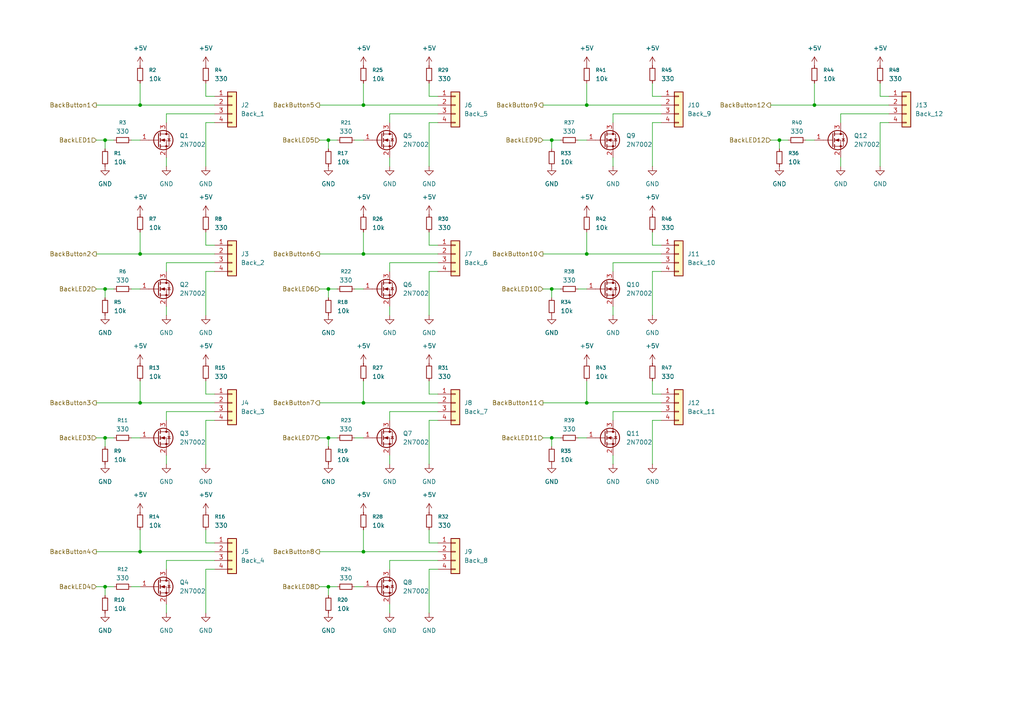
<source format=kicad_sch>
(kicad_sch (version 20250114) (generator "eeschema") (generator_version "9.0")
  (paper "A4")
  (title_block (title "${Project Title}") (date "2025-07-26") (rev "${Revision}") (company "${Company Name}") (comment 1 "${Designed By}"))
  (junction (at 236.22 30.48))
  (junction (at 95.25 127))
  (junction (at 95.25 40.64))
  (junction (at 40.64 116.84))
  (junction (at 30.48 127))
  (junction (at 160.02 127))
  (junction (at 170.18 30.48))
  (junction (at 160.02 40.64))
  (junction (at 170.18 73.66))
  (junction (at 30.48 170.18))
  (junction (at 105.41 30.48))
  (junction (at 40.64 30.48))
  (junction (at 95.25 170.18))
  (junction (at 170.18 116.84))
  (junction (at 40.64 73.66))
  (junction (at 40.64 160.02))
  (junction (at 105.41 160.02))
  (junction (at 105.41 116.84))
  (junction (at 30.48 40.64))
  (junction (at 160.02 83.82))
  (junction (at 226.06 40.64))
  (junction (at 30.48 83.82))
  (junction (at 95.25 83.82))
  (junction (at 105.41 73.66))
  (wire (pts (xy 95.25 170.18) (xy 97.79 170.18)))
  (wire (pts (xy 48.26 33.02) (xy 62.23 33.02)))
  (wire (pts (xy 105.41 73.66) (xy 127 73.66)))
  (wire (pts (xy 102.87 127) (xy 105.41 127)))
  (wire (pts (xy 170.18 24.13) (xy 170.18 30.48)))
  (wire (pts (xy 40.64 73.66) (xy 62.23 73.66)))
  (wire (pts (xy 243.84 33.02) (xy 243.84 35.56)))
  (wire (pts (xy 92.71 116.84) (xy 105.41 116.84)))
  (wire (pts (xy 189.23 71.12) (xy 189.23 67.31)))
  (wire (pts (xy 113.03 162.56) (xy 113.03 165.1)))
  (wire (pts (xy 105.41 110.49) (xy 105.41 116.84)))
  (wire (pts (xy 124.46 157.48) (xy 124.46 153.67)))
  (wire (pts (xy 95.25 86.36) (xy 95.25 83.82)))
  (wire (pts (xy 236.22 30.48) (xy 257.81 30.48)))
  (wire (pts (xy 38.1 127) (xy 40.64 127)))
  (wire (pts (xy 48.26 175.26) (xy 48.26 177.8)))
  (wire (pts (xy 226.06 43.18) (xy 226.06 40.64)))
  (wire (pts (xy 27.94 30.48) (xy 40.64 30.48)))
  (wire (pts (xy 170.18 73.66) (xy 191.77 73.66)))
  (wire (pts (xy 170.18 116.84) (xy 191.77 116.84)))
  (wire (pts (xy 113.03 175.26) (xy 113.03 177.8)))
  (wire (pts (xy 40.64 24.13) (xy 40.64 30.48)))
  (wire (pts (xy 38.1 83.82) (xy 40.64 83.82)))
  (wire (pts (xy 157.48 40.64) (xy 160.02 40.64)))
  (wire (pts (xy 177.8 119.38) (xy 191.77 119.38)))
  (wire (pts (xy 92.71 160.02) (xy 105.41 160.02)))
  (wire (pts (xy 191.77 27.94) (xy 189.23 27.94)))
  (wire (pts (xy 170.18 30.48) (xy 191.77 30.48)))
  (wire (pts (xy 30.48 170.18) (xy 33.02 170.18)))
  (wire (pts (xy 177.8 33.02) (xy 191.77 33.02)))
  (wire (pts (xy 113.03 119.38) (xy 113.03 121.92)))
  (wire (pts (xy 113.03 88.9) (xy 113.03 91.44)))
  (wire (pts (xy 170.18 110.49) (xy 170.18 116.84)))
  (wire (pts (xy 62.23 165.1) (xy 59.69 165.1)))
  (wire (pts (xy 30.48 83.82) (xy 33.02 83.82)))
  (wire (pts (xy 48.26 132.08) (xy 48.26 134.62)))
  (wire (pts (xy 127 35.56) (xy 124.46 35.56)))
  (wire (pts (xy 30.48 129.54) (xy 30.48 127)))
  (wire (pts (xy 30.48 86.36) (xy 30.48 83.82)))
  (wire (pts (xy 177.8 76.2) (xy 191.77 76.2)))
  (wire (pts (xy 40.64 160.02) (xy 62.23 160.02)))
  (wire (pts (xy 167.64 40.64) (xy 170.18 40.64)))
  (wire (pts (xy 177.8 132.08) (xy 177.8 134.62)))
  (wire (pts (xy 127 71.12) (xy 124.46 71.12)))
  (wire (pts (xy 59.69 35.56) (xy 59.69 48.26)))
  (wire (pts (xy 59.69 71.12) (xy 59.69 67.31)))
  (wire (pts (xy 27.94 83.82) (xy 30.48 83.82)))
  (wire (pts (xy 177.8 45.72) (xy 177.8 48.26)))
  (wire (pts (xy 105.41 153.67) (xy 105.41 160.02)))
  (wire (pts (xy 62.23 114.3) (xy 59.69 114.3)))
  (wire (pts (xy 38.1 40.64) (xy 40.64 40.64)))
  (wire (pts (xy 59.69 78.74) (xy 59.69 91.44)))
  (wire (pts (xy 124.46 121.92) (xy 124.46 134.62)))
  (wire (pts (xy 48.26 119.38) (xy 48.26 121.92)))
  (wire (pts (xy 124.46 71.12) (xy 124.46 67.31)))
  (wire (pts (xy 255.27 27.94) (xy 255.27 24.13)))
  (wire (pts (xy 95.25 129.54) (xy 95.25 127)))
  (wire (pts (xy 48.26 162.56) (xy 62.23 162.56)))
  (wire (pts (xy 102.87 40.64) (xy 105.41 40.64)))
  (wire (pts (xy 191.77 71.12) (xy 189.23 71.12)))
  (wire (pts (xy 160.02 40.64) (xy 162.56 40.64)))
  (wire (pts (xy 62.23 78.74) (xy 59.69 78.74)))
  (wire (pts (xy 127 121.92) (xy 124.46 121.92)))
  (wire (pts (xy 59.69 165.1) (xy 59.69 177.8)))
  (wire (pts (xy 95.25 172.72) (xy 95.25 170.18)))
  (wire (pts (xy 105.41 67.31) (xy 105.41 73.66)))
  (wire (pts (xy 167.64 127) (xy 170.18 127)))
  (wire (pts (xy 59.69 157.48) (xy 59.69 153.67)))
  (wire (pts (xy 127 157.48) (xy 124.46 157.48)))
  (wire (pts (xy 62.23 121.92) (xy 59.69 121.92)))
  (wire (pts (xy 113.03 76.2) (xy 127 76.2)))
  (wire (pts (xy 189.23 121.92) (xy 189.23 134.62)))
  (wire (pts (xy 233.68 40.64) (xy 236.22 40.64)))
  (wire (pts (xy 124.46 165.1) (xy 124.46 177.8)))
  (wire (pts (xy 105.41 160.02) (xy 127 160.02)))
  (wire (pts (xy 62.23 71.12) (xy 59.69 71.12)))
  (wire (pts (xy 95.25 40.64) (xy 97.79 40.64)))
  (wire (pts (xy 113.03 33.02) (xy 113.03 35.56)))
  (wire (pts (xy 27.94 116.84) (xy 40.64 116.84)))
  (wire (pts (xy 92.71 170.18) (xy 95.25 170.18)))
  (wire (pts (xy 236.22 24.13) (xy 236.22 30.48)))
  (wire (pts (xy 30.48 43.18) (xy 30.48 40.64)))
  (wire (pts (xy 170.18 67.31) (xy 170.18 73.66)))
  (wire (pts (xy 30.48 40.64) (xy 33.02 40.64)))
  (wire (pts (xy 48.26 88.9) (xy 48.26 91.44)))
  (wire (pts (xy 59.69 114.3) (xy 59.69 110.49)))
  (wire (pts (xy 27.94 160.02) (xy 40.64 160.02)))
  (wire (pts (xy 40.64 67.31) (xy 40.64 73.66)))
  (wire (pts (xy 27.94 73.66) (xy 40.64 73.66)))
  (wire (pts (xy 27.94 127) (xy 30.48 127)))
  (wire (pts (xy 127 27.94) (xy 124.46 27.94)))
  (wire (pts (xy 157.48 83.82) (xy 160.02 83.82)))
  (wire (pts (xy 124.46 114.3) (xy 124.46 110.49)))
  (wire (pts (xy 102.87 83.82) (xy 105.41 83.82)))
  (wire (pts (xy 177.8 119.38) (xy 177.8 121.92)))
  (wire (pts (xy 62.23 157.48) (xy 59.69 157.48)))
  (wire (pts (xy 30.48 127) (xy 33.02 127)))
  (wire (pts (xy 92.71 40.64) (xy 95.25 40.64)))
  (wire (pts (xy 191.77 114.3) (xy 189.23 114.3)))
  (wire (pts (xy 243.84 45.72) (xy 243.84 48.26)))
  (wire (pts (xy 30.48 172.72) (xy 30.48 170.18)))
  (wire (pts (xy 102.87 170.18) (xy 105.41 170.18)))
  (wire (pts (xy 189.23 35.56) (xy 189.23 48.26)))
  (wire (pts (xy 124.46 27.94) (xy 124.46 24.13)))
  (wire (pts (xy 113.03 162.56) (xy 127 162.56)))
  (wire (pts (xy 157.48 116.84) (xy 170.18 116.84)))
  (wire (pts (xy 160.02 83.82) (xy 162.56 83.82)))
  (wire (pts (xy 177.8 88.9) (xy 177.8 91.44)))
  (wire (pts (xy 226.06 40.64) (xy 228.6 40.64)))
  (wire (pts (xy 113.03 33.02) (xy 127 33.02)))
  (wire (pts (xy 157.48 30.48) (xy 170.18 30.48)))
  (wire (pts (xy 127 114.3) (xy 124.46 114.3)))
  (wire (pts (xy 40.64 30.48) (xy 62.23 30.48)))
  (wire (pts (xy 167.64 83.82) (xy 170.18 83.82)))
  (wire (pts (xy 59.69 27.94) (xy 59.69 24.13)))
  (wire (pts (xy 59.69 121.92) (xy 59.69 134.62)))
  (wire (pts (xy 113.03 76.2) (xy 113.03 78.74)))
  (wire (pts (xy 160.02 129.54) (xy 160.02 127)))
  (wire (pts (xy 95.25 127) (xy 97.79 127)))
  (wire (pts (xy 105.41 30.48) (xy 127 30.48)))
  (wire (pts (xy 160.02 43.18) (xy 160.02 40.64)))
  (wire (pts (xy 160.02 127) (xy 162.56 127)))
  (wire (pts (xy 48.26 119.38) (xy 62.23 119.38)))
  (wire (pts (xy 177.8 33.02) (xy 177.8 35.56)))
  (wire (pts (xy 127 78.74) (xy 124.46 78.74)))
  (wire (pts (xy 48.26 76.2) (xy 62.23 76.2)))
  (wire (pts (xy 27.94 170.18) (xy 30.48 170.18)))
  (wire (pts (xy 113.03 45.72) (xy 113.03 48.26)))
  (wire (pts (xy 257.81 27.94) (xy 255.27 27.94)))
  (wire (pts (xy 189.23 27.94) (xy 189.23 24.13)))
  (wire (pts (xy 62.23 35.56) (xy 59.69 35.56)))
  (wire (pts (xy 113.03 119.38) (xy 127 119.38)))
  (wire (pts (xy 189.23 114.3) (xy 189.23 110.49)))
  (wire (pts (xy 191.77 121.92) (xy 189.23 121.92)))
  (wire (pts (xy 257.81 35.56) (xy 255.27 35.56)))
  (wire (pts (xy 105.41 116.84) (xy 127 116.84)))
  (wire (pts (xy 113.03 132.08) (xy 113.03 134.62)))
  (wire (pts (xy 27.94 40.64) (xy 30.48 40.64)))
  (wire (pts (xy 127 165.1) (xy 124.46 165.1)))
  (wire (pts (xy 48.26 45.72) (xy 48.26 48.26)))
  (wire (pts (xy 48.26 33.02) (xy 48.26 35.56)))
  (wire (pts (xy 124.46 78.74) (xy 124.46 91.44)))
  (wire (pts (xy 160.02 86.36) (xy 160.02 83.82)))
  (wire (pts (xy 62.23 27.94) (xy 59.69 27.94)))
  (wire (pts (xy 40.64 153.67) (xy 40.64 160.02)))
  (wire (pts (xy 40.64 116.84) (xy 62.23 116.84)))
  (wire (pts (xy 48.26 162.56) (xy 48.26 165.1)))
  (wire (pts (xy 95.25 83.82) (xy 97.79 83.82)))
  (wire (pts (xy 223.52 40.64) (xy 226.06 40.64)))
  (wire (pts (xy 255.27 35.56) (xy 255.27 48.26)))
  (wire (pts (xy 243.84 33.02) (xy 257.81 33.02)))
  (wire (pts (xy 157.48 73.66) (xy 170.18 73.66)))
  (wire (pts (xy 191.77 35.56) (xy 189.23 35.56)))
  (wire (pts (xy 105.41 24.13) (xy 105.41 30.48)))
  (wire (pts (xy 92.71 83.82) (xy 95.25 83.82)))
  (wire (pts (xy 191.77 78.74) (xy 189.23 78.74)))
  (wire (pts (xy 177.8 76.2) (xy 177.8 78.74)))
  (wire (pts (xy 95.25 43.18) (xy 95.25 40.64)))
  (wire (pts (xy 38.1 170.18) (xy 40.64 170.18)))
  (wire (pts (xy 48.26 76.2) (xy 48.26 78.74)))
  (wire (pts (xy 157.48 127) (xy 160.02 127)))
  (wire (pts (xy 92.71 127) (xy 95.25 127)))
  (wire (pts (xy 124.46 35.56) (xy 124.46 48.26)))
  (wire (pts (xy 40.64 110.49) (xy 40.64 116.84)))
  (wire (pts (xy 92.71 30.48) (xy 105.41 30.48)))
  (wire (pts (xy 189.23 78.74) (xy 189.23 91.44)))
  (wire (pts (xy 92.71 73.66) (xy 105.41 73.66)))
  (wire (pts (xy 223.52 30.48) (xy 236.22 30.48)))
  (hierarchical_label "BackButton12" (shape output) (at 223.52 30.48 180))
  (hierarchical_label "BackButton11" (shape output) (at 157.48 116.84 180))
  (hierarchical_label "BackButton4" (shape output) (at 27.94 160.02 180))
  (hierarchical_label "BackButton5" (shape output) (at 92.71 30.48 180))
  (hierarchical_label "BackLED6" (shape input) (at 92.71 83.82 180))
  (hierarchical_label "BackLED9" (shape input) (at 157.48 40.64 180))
  (hierarchical_label "BackLED10" (shape input) (at 157.48 83.82 180))
  (hierarchical_label "BackLED8" (shape input) (at 92.71 170.18 180))
  (hierarchical_label "BackLED12" (shape input) (at 223.52 40.64 180))
  (hierarchical_label "BackButton7" (shape output) (at 92.71 116.84 180))
  (hierarchical_label "BackButton6" (shape output) (at 92.71 73.66 180))
  (hierarchical_label "BackButton3" (shape output) (at 27.94 116.84 180))
  (hierarchical_label "BackButton10" (shape output) (at 157.48 73.66 180))
  (hierarchical_label "BackLED4" (shape input) (at 27.94 170.18 180))
  (hierarchical_label "BackButton9" (shape output) (at 157.48 30.48 180))
  (hierarchical_label "BackLED1" (shape input) (at 27.94 40.64 180))
  (hierarchical_label "BackLED3" (shape input) (at 27.94 127 180))
  (hierarchical_label "BackButton8" (shape output) (at 92.71 160.02 180))
  (hierarchical_label "BackLED7" (shape input) (at 92.71 127 180))
  (hierarchical_label "BackButton1" (shape output) (at 27.94 30.48 180))
  (hierarchical_label "BackLED11" (shape input) (at 157.48 127 180))
  (hierarchical_label "BackButton2" (shape output) (at 27.94 73.66 180))
  (hierarchical_label "BackLED5" (shape input) (at 92.71 40.64 180))
  (hierarchical_label "BackLED2" (shape input) (at 27.94 83.82 180))
  (symbol (lib_id "Transistor_FET:2N7002") (at 175.26 40.64 0) (unit 1)
    (property "Reference" "Q9" (at 181.61 39.3699 0) (effects (justify left)))
    (property "Value" "2N7002" (at 181.61 41.9099 0) (effects (justify left)))
    (property "Footprint" "Package_TO_SOT_SMD:SOT-23" (effects (hide yes)))
    (property "Datasheet" "https://www.onsemi.com/pub/Collateral/NDS7002A-D.PDF" (effects (hide yes)))
    (property "Description" "0.115A Id, 60V Vds, N-Channel MOSFET, SOT-23" (effects (hide yes)))
  )
  (symbol (lib_id "power:+5V") (at 189.23 19.05 0) (unit 1)
    (property "Reference" "#PWR059" (effects (hide yes)))
    (property "Value" "+5V" (at 189.23 13.97 0))
    (property "Description" "Power symbol creates a global label with name \"+5V\"" (effects (hide yes)))
  )
  (symbol (lib_id "power:GND") (at 113.03 91.44 0) (unit 1)
    (property "Reference" "#PWR036" (effects (hide yes)))
    (property "Value" "GND" (at 113.03 96.52 0))
    (property "Description" "Power symbol creates a global label with name \"GND\" , ground" (effects (hide yes)))
  )
  (symbol (lib_id "power:GND") (at 113.03 48.26 0) (unit 1)
    (property "Reference" "#PWR035" (effects (hide yes)))
    (property "Value" "GND" (at 113.03 53.34 0))
    (property "Description" "Power symbol creates a global label with name \"GND\" , ground" (effects (hide yes)))
  )
  (symbol (lib_id "power:GND") (at 113.03 177.8 0) (unit 1)
    (property "Reference" "#PWR038" (effects (hide yes)))
    (property "Value" "GND" (at 113.03 182.88 0))
    (property "Description" "Power symbol creates a global label with name \"GND\" , ground" (effects (hide yes)))
  )
  (symbol (lib_id "power:GND") (at 160.02 91.44 0) (unit 1)
    (property "Reference" "#PWR048" (effects (hide yes)))
    (property "Value" "GND" (at 160.02 96.52 0))
    (property "Description" "Power symbol creates a global label with name \"GND\" , ground" (effects (hide yes)))
  )
  (symbol (lib_id "Device:R_Small") (at 124.46 151.13 180) (unit 1)
    (property "Reference" "R32" (at 127 149.8599 0) (effects (font (size 1.016 1.016)) (justify right)))
    (property "Value" "330" (at 127 152.3999 0) (effects (justify right)))
    (property "Footprint" "Resistor_SMD:R_0805_2012Metric_Pad1.20x1.40mm_HandSolder" (effects (hide yes)))
    (property "Description" "Resistor, small symbol" (effects (hide yes)))
  )
  (symbol (lib_id "Device:R_Small") (at 255.27 21.59 180) (unit 1)
    (property "Reference" "R48" (at 257.81 20.3199 0) (effects (font (size 1.016 1.016)) (justify right)))
    (property "Value" "330" (at 257.81 22.8599 0) (effects (justify right)))
    (property "Footprint" "Resistor_SMD:R_0805_2012Metric_Pad1.20x1.40mm_HandSolder" (effects (hide yes)))
    (property "Description" "Resistor, small symbol" (effects (hide yes)))
  )
  (symbol (lib_id "Device:R_Small") (at 35.56 127 90) (unit 1)
    (property "Reference" "R11" (at 35.56 121.92 90) (effects (font (size 1.016 1.016))))
    (property "Value" "330" (at 35.56 124.46 90))
    (property "Footprint" "Resistor_SMD:R_0805_2012Metric_Pad1.20x1.40mm_HandSolder" (effects (hide yes)))
    (property "Description" "Resistor, small symbol" (effects (hide yes)))
  )
  (symbol (lib_id "Connector_Generic:Conn_01x04") (at 196.85 73.66 0) (unit 1)
    (property "Reference" "J11" (at 199.39 73.6599 0) (effects (justify left)))
    (property "Value" "Back_10" (at 199.39 76.1999 0) (effects (justify left)))
    (property "Footprint" "Connector_JST:JST_XA_B04B-XASK-1_1x04_P2.50mm_Vertical" (effects (hide yes)))
    (property "Description" "Generic connector, single row, 01x04, script generated (kicad-library-utils/schlib/autogen/connector/)" (effects (hide yes)))
  )
  (symbol (lib_id "Device:R_Small") (at 35.56 170.18 90) (unit 1)
    (property "Reference" "R12" (at 35.56 165.1 90) (effects (font (size 1.016 1.016))))
    (property "Value" "330" (at 35.56 167.64 90))
    (property "Footprint" "Resistor_SMD:R_0805_2012Metric_Pad1.20x1.40mm_HandSolder" (effects (hide yes)))
    (property "Description" "Resistor, small symbol" (effects (hide yes)))
  )
  (symbol (lib_id "power:GND") (at 124.46 134.62 0) (unit 1)
    (property "Reference" "#PWR044" (effects (hide yes)))
    (property "Value" "GND" (at 124.46 139.7 0))
    (property "Description" "Power symbol creates a global label with name \"GND\" , ground" (effects (hide yes)))
  )
  (symbol (lib_id "power:GND") (at 177.8 91.44 0) (unit 1)
    (property "Reference" "#PWR056" (effects (hide yes)))
    (property "Value" "GND" (at 177.8 96.52 0))
    (property "Description" "Power symbol creates a global label with name \"GND\" , ground" (effects (hide yes)))
  )
  (symbol (lib_id "Device:R_Small") (at 30.48 45.72 0) (unit 1)
    (property "Reference" "R1" (at 33.02 44.4499 0) (effects (font (size 1.016 1.016)) (justify left)))
    (property "Value" "10k" (at 33.02 46.9899 0) (effects (justify left)))
    (property "Footprint" "Resistor_SMD:R_0805_2012Metric_Pad1.20x1.40mm_HandSolder" (effects (hide yes)))
    (property "Description" "Resistor, small symbol" (effects (hide yes)))
  )
  (symbol (lib_id "Device:R_Small") (at 100.33 40.64 90) (unit 1)
    (property "Reference" "R21" (at 100.33 35.56 90) (effects (font (size 1.016 1.016))))
    (property "Value" "330" (at 100.33 38.1 90))
    (property "Footprint" "Resistor_SMD:R_0805_2012Metric_Pad1.20x1.40mm_HandSolder" (effects (hide yes)))
    (property "Description" "Resistor, small symbol" (effects (hide yes)))
  )
  (symbol (lib_id "Device:R_Small") (at 124.46 64.77 180) (unit 1)
    (property "Reference" "R30" (at 127 63.4999 0) (effects (font (size 1.016 1.016)) (justify right)))
    (property "Value" "330" (at 127 66.0399 0) (effects (justify right)))
    (property "Footprint" "Resistor_SMD:R_0805_2012Metric_Pad1.20x1.40mm_HandSolder" (effects (hide yes)))
    (property "Description" "Resistor, small symbol" (effects (hide yes)))
  )
  (symbol (lib_id "power:+5V") (at 124.46 19.05 0) (unit 1)
    (property "Reference" "#PWR039" (effects (hide yes)))
    (property "Value" "+5V" (at 124.46 13.97 0))
    (property "Description" "Power symbol creates a global label with name \"+5V\"" (effects (hide yes)))
  )
  (symbol (lib_id "power:+5V") (at 59.69 148.59 0) (unit 1)
    (property "Reference" "#PWR025" (effects (hide yes)))
    (property "Value" "+5V" (at 59.69 143.51 0))
    (property "Description" "Power symbol creates a global label with name \"+5V\"" (effects (hide yes)))
  )
  (symbol (lib_id "Device:R_Small") (at 40.64 107.95 0) (unit 1)
    (property "Reference" "R13" (at 43.18 106.6799 0) (effects (font (size 1.016 1.016)) (justify left)))
    (property "Value" "10k" (at 43.18 109.2199 0) (effects (justify left)))
    (property "Footprint" "Resistor_SMD:R_0805_2012Metric_Pad1.20x1.40mm_HandSolder" (effects (hide yes)))
    (property "Description" "Resistor, small symbol" (effects (hide yes)))
  )
  (symbol (lib_id "Transistor_FET:2N7002") (at 241.3 40.64 0) (unit 1)
    (property "Reference" "Q12" (at 247.65 39.3699 0) (effects (justify left)))
    (property "Value" "2N7002" (at 247.65 41.9099 0) (effects (justify left)))
    (property "Footprint" "Package_TO_SOT_SMD:SOT-23" (effects (hide yes)))
    (property "Datasheet" "https://www.onsemi.com/pub/Collateral/NDS7002A-D.PDF" (effects (hide yes)))
    (property "Description" "0.115A Id, 60V Vds, N-Channel MOSFET, SOT-23" (effects (hide yes)))
  )
  (symbol (lib_id "power:GND") (at 160.02 134.62 0) (unit 1)
    (property "Reference" "#PWR049" (effects (hide yes)))
    (property "Value" "GND" (at 160.02 139.7 0))
    (property "Description" "Power symbol creates a global label with name \"GND\" , ground" (effects (hide yes)))
  )
  (symbol (lib_id "Device:R_Small") (at 40.64 64.77 0) (unit 1)
    (property "Reference" "R7" (at 43.18 63.4999 0) (effects (font (size 1.016 1.016)) (justify left)))
    (property "Value" "10k" (at 43.18 66.0399 0) (effects (justify left)))
    (property "Footprint" "Resistor_SMD:R_0805_2012Metric_Pad1.20x1.40mm_HandSolder" (effects (hide yes)))
    (property "Description" "Resistor, small symbol" (effects (hide yes)))
  )
  (symbol (lib_id "power:GND") (at 59.69 134.62 0) (unit 1)
    (property "Reference" "#PWR024" (effects (hide yes)))
    (property "Value" "GND" (at 59.69 139.7 0))
    (property "Description" "Power symbol creates a global label with name \"GND\" , ground" (effects (hide yes)))
  )
  (symbol (lib_id "power:+5V") (at 124.46 148.59 0) (unit 1)
    (property "Reference" "#PWR045" (effects (hide yes)))
    (property "Value" "+5V" (at 124.46 143.51 0))
    (property "Description" "Power symbol creates a global label with name \"+5V\"" (effects (hide yes)))
  )
  (symbol (lib_id "Connector_Generic:Conn_01x04") (at 196.85 116.84 0) (unit 1)
    (property "Reference" "J12" (at 199.39 116.8399 0) (effects (justify left)))
    (property "Value" "Back_11" (at 199.39 119.3799 0) (effects (justify left)))
    (property "Footprint" "Connector_JST:JST_XA_B04B-XASK-1_1x04_P2.50mm_Vertical" (effects (hide yes)))
    (property "Description" "Generic connector, single row, 01x04, script generated (kicad-library-utils/schlib/autogen/connector/)" (effects (hide yes)))
  )
  (symbol (lib_id "power:+5V") (at 59.69 62.23 0) (unit 1)
    (property "Reference" "#PWR015" (effects (hide yes)))
    (property "Value" "+5V" (at 59.69 57.15 0))
    (property "Description" "Power symbol creates a global label with name \"+5V\"" (effects (hide yes)))
  )
  (symbol (lib_id "Device:R_Small") (at 100.33 170.18 90) (unit 1)
    (property "Reference" "R24" (at 100.33 165.1 90) (effects (font (size 1.016 1.016))))
    (property "Value" "330" (at 100.33 167.64 90))
    (property "Footprint" "Resistor_SMD:R_0805_2012Metric_Pad1.20x1.40mm_HandSolder" (effects (hide yes)))
    (property "Description" "Resistor, small symbol" (effects (hide yes)))
  )
  (symbol (lib_id "power:+5V") (at 189.23 105.41 0) (unit 1)
    (property "Reference" "#PWR063" (effects (hide yes)))
    (property "Value" "+5V" (at 189.23 100.33 0))
    (property "Description" "Power symbol creates a global label with name \"+5V\"" (effects (hide yes)))
  )
  (symbol (lib_id "power:GND") (at 177.8 134.62 0) (unit 1)
    (property "Reference" "#PWR057" (effects (hide yes)))
    (property "Value" "GND" (at 177.8 139.7 0))
    (property "Description" "Power symbol creates a global label with name \"GND\" , ground" (effects (hide yes)))
  )
  (symbol (lib_id "power:+5V") (at 105.41 148.59 0) (unit 1)
    (property "Reference" "#PWR034" (effects (hide yes)))
    (property "Value" "+5V" (at 105.41 143.51 0))
    (property "Description" "Power symbol creates a global label with name \"+5V\"" (effects (hide yes)))
  )
  (symbol (lib_id "power:GND") (at 59.69 91.44 0) (unit 1)
    (property "Reference" "#PWR016" (effects (hide yes)))
    (property "Value" "GND" (at 59.69 96.52 0))
    (property "Description" "Power symbol creates a global label with name \"GND\" , ground" (effects (hide yes)))
  )
  (symbol (lib_id "power:GND") (at 95.25 48.26 0) (unit 1)
    (property "Reference" "#PWR027" (effects (hide yes)))
    (property "Value" "GND" (at 95.25 53.34 0))
    (property "Description" "Power symbol creates a global label with name \"GND\" , ground" (effects (hide yes)))
  )
  (symbol (lib_id "power:+5V") (at 170.18 19.05 0) (unit 1)
    (property "Reference" "#PWR051" (effects (hide yes)))
    (property "Value" "+5V" (at 170.18 13.97 0))
    (property "Description" "Power symbol creates a global label with name \"+5V\"" (effects (hide yes)))
  )
  (symbol (lib_id "power:+5V") (at 105.41 19.05 0) (unit 1)
    (property "Reference" "#PWR031" (effects (hide yes)))
    (property "Value" "+5V" (at 105.41 13.97 0))
    (property "Description" "Power symbol creates a global label with name \"+5V\"" (effects (hide yes)))
  )
  (symbol (lib_id "power:+5V") (at 59.69 19.05 0) (unit 1)
    (property "Reference" "#PWR08" (effects (hide yes)))
    (property "Value" "+5V" (at 59.69 13.97 0))
    (property "Description" "Power symbol creates a global label with name \"+5V\"" (effects (hide yes)))
  )
  (symbol (lib_id "Device:R_Small") (at 95.25 175.26 0) (unit 1)
    (property "Reference" "R20" (at 97.79 173.9899 0) (effects (font (size 1.016 1.016)) (justify left)))
    (property "Value" "10k" (at 97.79 176.5299 0) (effects (justify left)))
    (property "Footprint" "Resistor_SMD:R_0805_2012Metric_Pad1.20x1.40mm_HandSolder" (effects (hide yes)))
    (property "Description" "Resistor, small symbol" (effects (hide yes)))
  )
  (symbol (lib_id "Device:R_Small") (at 30.48 132.08 0) (unit 1)
    (property "Reference" "R9" (at 33.02 130.8099 0) (effects (font (size 1.016 1.016)) (justify left)))
    (property "Value" "10k" (at 33.02 133.3499 0) (effects (justify left)))
    (property "Footprint" "Resistor_SMD:R_0805_2012Metric_Pad1.20x1.40mm_HandSolder" (effects (hide yes)))
    (property "Description" "Resistor, small symbol" (effects (hide yes)))
  )
  (symbol (lib_id "power:GND") (at 160.02 48.26 0) (unit 1)
    (property "Reference" "#PWR047" (effects (hide yes)))
    (property "Value" "GND" (at 160.02 53.34 0))
    (property "Description" "Power symbol creates a global label with name \"GND\" , ground" (effects (hide yes)))
  )
  (symbol (lib_id "Device:R_Small") (at 160.02 88.9 0) (unit 1)
    (property "Reference" "R34" (at 162.56 87.6299 0) (effects (font (size 1.016 1.016)) (justify left)))
    (property "Value" "10k" (at 162.56 90.1699 0) (effects (justify left)))
    (property "Footprint" "Resistor_SMD:R_0805_2012Metric_Pad1.20x1.40mm_HandSolder" (effects (hide yes)))
    (property "Description" "Resistor, small symbol" (effects (hide yes)))
  )
  (symbol (lib_id "power:+5V") (at 59.69 105.41 0) (unit 1)
    (property "Reference" "#PWR023" (effects (hide yes)))
    (property "Value" "+5V" (at 59.69 100.33 0))
    (property "Description" "Power symbol creates a global label with name \"+5V\"" (effects (hide yes)))
  )
  (symbol (lib_id "Transistor_FET:2N7002") (at 45.72 170.18 0) (unit 1)
    (property "Reference" "Q4" (at 52.07 168.9099 0) (effects (justify left)))
    (property "Value" "2N7002" (at 52.07 171.4499 0) (effects (justify left)))
    (property "Footprint" "Package_TO_SOT_SMD:SOT-23" (effects (hide yes)))
    (property "Datasheet" "https://www.onsemi.com/pub/Collateral/NDS7002A-D.PDF" (effects (hide yes)))
    (property "Description" "0.115A Id, 60V Vds, N-Channel MOSFET, SOT-23" (effects (hide yes)))
  )
  (symbol (lib_id "power:GND") (at 124.46 91.44 0) (unit 1)
    (property "Reference" "#PWR042" (effects (hide yes)))
    (property "Value" "GND" (at 124.46 96.52 0))
    (property "Description" "Power symbol creates a global label with name \"GND\" , ground" (effects (hide yes)))
  )
  (symbol (lib_id "Device:R_Small") (at 165.1 83.82 90) (unit 1)
    (property "Reference" "R38" (at 165.1 78.74 90) (effects (font (size 1.016 1.016))))
    (property "Value" "330" (at 165.1 81.28 90))
    (property "Footprint" "Resistor_SMD:R_0805_2012Metric_Pad1.20x1.40mm_HandSolder" (effects (hide yes)))
    (property "Description" "Resistor, small symbol" (effects (hide yes)))
  )
  (symbol (lib_id "power:GND") (at 113.03 134.62 0) (unit 1)
    (property "Reference" "#PWR037" (effects (hide yes)))
    (property "Value" "GND" (at 113.03 139.7 0))
    (property "Description" "Power symbol creates a global label with name \"GND\" , ground" (effects (hide yes)))
  )
  (symbol (lib_id "power:GND") (at 30.48 134.62 0) (unit 1)
    (property "Reference" "#PWR017" (effects (hide yes)))
    (property "Value" "GND" (at 30.48 139.7 0))
    (property "Description" "Power symbol creates a global label with name \"GND\" , ground" (effects (hide yes)))
  )
  (symbol (lib_id "Device:R_Small") (at 189.23 107.95 180) (unit 1)
    (property "Reference" "R47" (at 191.77 106.6799 0) (effects (font (size 1.016 1.016)) (justify right)))
    (property "Value" "330" (at 191.77 109.2199 0) (effects (justify right)))
    (property "Footprint" "Resistor_SMD:R_0805_2012Metric_Pad1.20x1.40mm_HandSolder" (effects (hide yes)))
    (property "Description" "Resistor, small symbol" (effects (hide yes)))
  )
  (symbol (lib_id "Device:R_Small") (at 170.18 64.77 0) (unit 1)
    (property "Reference" "R42" (at 172.72 63.4999 0) (effects (font (size 1.016 1.016)) (justify left)))
    (property "Value" "10k" (at 172.72 66.0399 0) (effects (justify left)))
    (property "Footprint" "Resistor_SMD:R_0805_2012Metric_Pad1.20x1.40mm_HandSolder" (effects (hide yes)))
    (property "Description" "Resistor, small symbol" (effects (hide yes)))
  )
  (symbol (lib_id "Device:R_Small") (at 124.46 107.95 180) (unit 1)
    (property "Reference" "R31" (at 127 106.6799 0) (effects (font (size 1.016 1.016)) (justify right)))
    (property "Value" "330" (at 127 109.2199 0) (effects (justify right)))
    (property "Footprint" "Resistor_SMD:R_0805_2012Metric_Pad1.20x1.40mm_HandSolder" (effects (hide yes)))
    (property "Description" "Resistor, small symbol" (effects (hide yes)))
  )
  (symbol (lib_id "Device:R_Small") (at 40.64 21.59 0) (unit 1)
    (property "Reference" "R2" (at 43.18 20.3199 0) (effects (font (size 1.016 1.016)) (justify left)))
    (property "Value" "10k" (at 43.18 22.8599 0) (effects (justify left)))
    (property "Footprint" "Resistor_SMD:R_0805_2012Metric_Pad1.20x1.40mm_HandSolder" (effects (hide yes)))
    (property "Description" "Resistor, small symbol" (effects (hide yes)))
  )
  (symbol (lib_id "Transistor_FET:2N7002") (at 45.72 40.64 0) (unit 1)
    (property "Reference" "Q1" (at 52.07 39.3699 0) (effects (justify left)))
    (property "Value" "2N7002" (at 52.07 41.9099 0) (effects (justify left)))
    (property "Footprint" "Package_TO_SOT_SMD:SOT-23" (effects (hide yes)))
    (property "Datasheet" "https://www.onsemi.com/pub/Collateral/NDS7002A-D.PDF" (effects (hide yes)))
    (property "Description" "0.115A Id, 60V Vds, N-Channel MOSFET, SOT-23" (effects (hide yes)))
  )
  (symbol (lib_id "power:GND") (at 243.84 48.26 0) (unit 1)
    (property "Reference" "#PWR058" (effects (hide yes)))
    (property "Value" "GND" (at 243.84 53.34 0))
    (property "Description" "Power symbol creates a global label with name \"GND\" , ground" (effects (hide yes)))
  )
  (symbol (lib_id "power:GND") (at 48.26 48.26 0) (unit 1)
    (property "Reference" "#PWR09" (effects (hide yes)))
    (property "Value" "GND" (at 48.26 53.34 0))
    (property "Description" "Power symbol creates a global label with name \"GND\" , ground" (effects (hide yes)))
  )
  (symbol (lib_id "Device:R_Small") (at 40.64 151.13 0) (unit 1)
    (property "Reference" "R14" (at 43.18 149.8599 0) (effects (font (size 1.016 1.016)) (justify left)))
    (property "Value" "10k" (at 43.18 152.3999 0) (effects (justify left)))
    (property "Footprint" "Resistor_SMD:R_0805_2012Metric_Pad1.20x1.40mm_HandSolder" (effects (hide yes)))
    (property "Description" "Resistor, small symbol" (effects (hide yes)))
  )
  (symbol (lib_id "Transistor_FET:2N7002") (at 175.26 83.82 0) (unit 1)
    (property "Reference" "Q10" (at 181.61 82.5499 0) (effects (justify left)))
    (property "Value" "2N7002" (at 181.61 85.0899 0) (effects (justify left)))
    (property "Footprint" "Package_TO_SOT_SMD:SOT-23" (effects (hide yes)))
    (property "Datasheet" "https://www.onsemi.com/pub/Collateral/NDS7002A-D.PDF" (effects (hide yes)))
    (property "Description" "0.115A Id, 60V Vds, N-Channel MOSFET, SOT-23" (effects (hide yes)))
  )
  (symbol (lib_id "Device:R_Small") (at 95.25 88.9 0) (unit 1)
    (property "Reference" "R18" (at 97.79 87.6299 0) (effects (font (size 1.016 1.016)) (justify left)))
    (property "Value" "10k" (at 97.79 90.1699 0) (effects (justify left)))
    (property "Footprint" "Resistor_SMD:R_0805_2012Metric_Pad1.20x1.40mm_HandSolder" (effects (hide yes)))
    (property "Description" "Resistor, small symbol" (effects (hide yes)))
  )
  (symbol (lib_id "Device:R_Small") (at 30.48 88.9 0) (unit 1)
    (property "Reference" "R5" (at 33.02 87.6299 0) (effects (font (size 1.016 1.016)) (justify left)))
    (property "Value" "10k" (at 33.02 90.1699 0) (effects (justify left)))
    (property "Footprint" "Resistor_SMD:R_0805_2012Metric_Pad1.20x1.40mm_HandSolder" (effects (hide yes)))
    (property "Description" "Resistor, small symbol" (effects (hide yes)))
  )
  (symbol (lib_id "Device:R_Small") (at 231.14 40.64 90) (unit 1)
    (property "Reference" "R40" (at 231.14 35.56 90) (effects (font (size 1.016 1.016))))
    (property "Value" "330" (at 231.14 38.1 90))
    (property "Footprint" "Resistor_SMD:R_0805_2012Metric_Pad1.20x1.40mm_HandSolder" (effects (hide yes)))
    (property "Description" "Resistor, small symbol" (effects (hide yes)))
  )
  (symbol (lib_id "Device:R_Small") (at 105.41 151.13 0) (unit 1)
    (property "Reference" "R28" (at 107.95 149.8599 0) (effects (font (size 1.016 1.016)) (justify left)))
    (property "Value" "10k" (at 107.95 152.3999 0) (effects (justify left)))
    (property "Footprint" "Resistor_SMD:R_0805_2012Metric_Pad1.20x1.40mm_HandSolder" (effects (hide yes)))
    (property "Description" "Resistor, small symbol" (effects (hide yes)))
  )
  (symbol (lib_id "Device:R_Small") (at 124.46 21.59 180) (unit 1)
    (property "Reference" "R29" (at 127 20.3199 0) (effects (font (size 1.016 1.016)) (justify right)))
    (property "Value" "330" (at 127 22.8599 0) (effects (justify right)))
    (property "Footprint" "Resistor_SMD:R_0805_2012Metric_Pad1.20x1.40mm_HandSolder" (effects (hide yes)))
    (property "Description" "Resistor, small symbol" (effects (hide yes)))
  )
  (symbol (lib_id "Connector_Generic:Conn_01x04") (at 132.08 30.48 0) (unit 1)
    (property "Reference" "J6" (at 134.62 30.4799 0) (effects (justify left)))
    (property "Value" "Back_5" (at 134.62 33.0199 0) (effects (justify left)))
    (property "Footprint" "Connector_JST:JST_XA_B04B-XASK-1_1x04_P2.50mm_Vertical" (effects (hide yes)))
    (property "Description" "Generic connector, single row, 01x04, script generated (kicad-library-utils/schlib/autogen/connector/)" (effects (hide yes)))
  )
  (symbol (lib_id "Device:R_Small") (at 100.33 127 90) (unit 1)
    (property "Reference" "R23" (at 100.33 121.92 90) (effects (font (size 1.016 1.016))))
    (property "Value" "330" (at 100.33 124.46 90))
    (property "Footprint" "Resistor_SMD:R_0805_2012Metric_Pad1.20x1.40mm_HandSolder" (effects (hide yes)))
    (property "Description" "Resistor, small symbol" (effects (hide yes)))
  )
  (symbol (lib_id "power:GND") (at 30.48 91.44 0) (unit 1)
    (property "Reference" "#PWR012" (effects (hide yes)))
    (property "Value" "GND" (at 30.48 96.52 0))
    (property "Description" "Power symbol creates a global label with name \"GND\" , ground" (effects (hide yes)))
  )
  (symbol (lib_id "Device:R_Small") (at 160.02 132.08 0) (unit 1)
    (property "Reference" "R35" (at 162.56 130.8099 0) (effects (font (size 1.016 1.016)) (justify left)))
    (property "Value" "10k" (at 162.56 133.3499 0) (effects (justify left)))
    (property "Footprint" "Resistor_SMD:R_0805_2012Metric_Pad1.20x1.40mm_HandSolder" (effects (hide yes)))
    (property "Description" "Resistor, small symbol" (effects (hide yes)))
  )
  (symbol (lib_id "Connector_Generic:Conn_01x04") (at 67.31 73.66 0) (unit 1)
    (property "Reference" "J3" (at 69.85 73.6599 0) (effects (justify left)))
    (property "Value" "Back_2" (at 69.85 76.1999 0) (effects (justify left)))
    (property "Footprint" "Connector_JST:JST_XA_B04B-XASK-1_1x04_P2.50mm_Vertical" (effects (hide yes)))
    (property "Description" "Generic connector, single row, 01x04, script generated (kicad-library-utils/schlib/autogen/connector/)" (effects (hide yes)))
  )
  (symbol (lib_id "power:+5V") (at 105.41 105.41 0) (unit 1)
    (property "Reference" "#PWR033" (effects (hide yes)))
    (property "Value" "+5V" (at 105.41 100.33 0))
    (property "Description" "Power symbol creates a global label with name \"+5V\"" (effects (hide yes)))
  )
  (symbol (lib_id "Transistor_FET:2N7002") (at 110.49 170.18 0) (unit 1)
    (property "Reference" "Q8" (at 116.84 168.9099 0) (effects (justify left)))
    (property "Value" "2N7002" (at 116.84 171.4499 0) (effects (justify left)))
    (property "Footprint" "Package_TO_SOT_SMD:SOT-23" (effects (hide yes)))
    (property "Datasheet" "https://www.onsemi.com/pub/Collateral/NDS7002A-D.PDF" (effects (hide yes)))
    (property "Description" "0.115A Id, 60V Vds, N-Channel MOSFET, SOT-23" (effects (hide yes)))
  )
  (symbol (lib_id "Transistor_FET:2N7002") (at 110.49 127 0) (unit 1)
    (property "Reference" "Q7" (at 116.84 125.7299 0) (effects (justify left)))
    (property "Value" "2N7002" (at 116.84 128.2699 0) (effects (justify left)))
    (property "Footprint" "Package_TO_SOT_SMD:SOT-23" (effects (hide yes)))
    (property "Datasheet" "https://www.onsemi.com/pub/Collateral/NDS7002A-D.PDF" (effects (hide yes)))
    (property "Description" "0.115A Id, 60V Vds, N-Channel MOSFET, SOT-23" (effects (hide yes)))
  )
  (symbol (lib_id "power:+5V") (at 170.18 105.41 0) (unit 1)
    (property "Reference" "#PWR053" (effects (hide yes)))
    (property "Value" "+5V" (at 170.18 100.33 0))
    (property "Description" "Power symbol creates a global label with name \"+5V\"" (effects (hide yes)))
  )
  (symbol (lib_id "Transistor_FET:2N7002") (at 45.72 83.82 0) (unit 1)
    (property "Reference" "Q2" (at 52.07 82.5499 0) (effects (justify left)))
    (property "Value" "2N7002" (at 52.07 85.0899 0) (effects (justify left)))
    (property "Footprint" "Package_TO_SOT_SMD:SOT-23" (effects (hide yes)))
    (property "Datasheet" "https://www.onsemi.com/pub/Collateral/NDS7002A-D.PDF" (effects (hide yes)))
    (property "Description" "0.115A Id, 60V Vds, N-Channel MOSFET, SOT-23" (effects (hide yes)))
  )
  (symbol (lib_id "Device:R_Small") (at 59.69 64.77 180) (unit 1)
    (property "Reference" "R8" (at 62.23 63.4999 0) (effects (font (size 1.016 1.016)) (justify right)))
    (property "Value" "330" (at 62.23 66.0399 0) (effects (justify right)))
    (property "Footprint" "Resistor_SMD:R_0805_2012Metric_Pad1.20x1.40mm_HandSolder" (effects (hide yes)))
    (property "Description" "Resistor, small symbol" (effects (hide yes)))
  )
  (symbol (lib_id "Connector_Generic:Conn_01x04") (at 196.85 30.48 0) (unit 1)
    (property "Reference" "J10" (at 199.39 30.4799 0) (effects (justify left)))
    (property "Value" "Back_9" (at 199.39 33.0199 0) (effects (justify left)))
    (property "Footprint" "Connector_JST:JST_XA_B04B-XASK-1_1x04_P2.50mm_Vertical" (effects (hide yes)))
    (property "Description" "Generic connector, single row, 01x04, script generated (kicad-library-utils/schlib/autogen/connector/)" (effects (hide yes)))
  )
  (symbol (lib_id "Device:R_Small") (at 59.69 21.59 180) (unit 1)
    (property "Reference" "R4" (at 62.23 20.3199 0) (effects (font (size 1.016 1.016)) (justify right)))
    (property "Value" "330" (at 62.23 22.8599 0) (effects (justify right)))
    (property "Footprint" "Resistor_SMD:R_0805_2012Metric_Pad1.20x1.40mm_HandSolder" (effects (hide yes)))
    (property "Description" "Resistor, small symbol" (effects (hide yes)))
  )
  (symbol (lib_id "Transistor_FET:2N7002") (at 110.49 40.64 0) (unit 1)
    (property "Reference" "Q5" (at 116.84 39.3699 0) (effects (justify left)))
    (property "Value" "2N7002" (at 116.84 41.9099 0) (effects (justify left)))
    (property "Footprint" "Package_TO_SOT_SMD:SOT-23" (effects (hide yes)))
    (property "Datasheet" "https://www.onsemi.com/pub/Collateral/NDS7002A-D.PDF" (effects (hide yes)))
    (property "Description" "0.115A Id, 60V Vds, N-Channel MOSFET, SOT-23" (effects (hide yes)))
  )
  (symbol (lib_id "power:GND") (at 59.69 48.26 0) (unit 1)
    (property "Reference" "#PWR010" (effects (hide yes)))
    (property "Value" "GND" (at 59.69 53.34 0))
    (property "Description" "Power symbol creates a global label with name \"GND\" , ground" (effects (hide yes)))
  )
  (symbol (lib_id "power:+5V") (at 124.46 105.41 0) (unit 1)
    (property "Reference" "#PWR043" (effects (hide yes)))
    (property "Value" "+5V" (at 124.46 100.33 0))
    (property "Description" "Power symbol creates a global label with name \"+5V\"" (effects (hide yes)))
  )
  (symbol (lib_id "power:+5V") (at 255.27 19.05 0) (unit 1)
    (property "Reference" "#PWR065" (effects (hide yes)))
    (property "Value" "+5V" (at 255.27 13.97 0))
    (property "Description" "Power symbol creates a global label with name \"+5V\"" (effects (hide yes)))
  )
  (symbol (lib_id "Connector_Generic:Conn_01x04") (at 262.89 30.48 0) (unit 1)
    (property "Reference" "J13" (at 265.43 30.4799 0) (effects (justify left)))
    (property "Value" "Back_12" (at 265.43 33.0199 0) (effects (justify left)))
    (property "Footprint" "Connector_JST:JST_XA_B04B-XASK-1_1x04_P2.50mm_Vertical" (effects (hide yes)))
    (property "Description" "Generic connector, single row, 01x04, script generated (kicad-library-utils/schlib/autogen/connector/)" (effects (hide yes)))
  )
  (symbol (lib_id "power:+5V") (at 189.23 62.23 0) (unit 1)
    (property "Reference" "#PWR061" (effects (hide yes)))
    (property "Value" "+5V" (at 189.23 57.15 0))
    (property "Description" "Power symbol creates a global label with name \"+5V\"" (effects (hide yes)))
  )
  (symbol (lib_id "Device:R_Small") (at 95.25 132.08 0) (unit 1)
    (property "Reference" "R19" (at 97.79 130.8099 0) (effects (font (size 1.016 1.016)) (justify left)))
    (property "Value" "10k" (at 97.79 133.3499 0) (effects (justify left)))
    (property "Footprint" "Resistor_SMD:R_0805_2012Metric_Pad1.20x1.40mm_HandSolder" (effects (hide yes)))
    (property "Description" "Resistor, small symbol" (effects (hide yes)))
  )
  (symbol (lib_id "Device:R_Small") (at 35.56 40.64 90) (unit 1)
    (property "Reference" "R3" (at 35.56 35.56 90) (effects (font (size 1.016 1.016))))
    (property "Value" "330" (at 35.56 38.1 90))
    (property "Footprint" "Resistor_SMD:R_0805_2012Metric_Pad1.20x1.40mm_HandSolder" (effects (hide yes)))
    (property "Description" "Resistor, small symbol" (effects (hide yes)))
  )
  (symbol (lib_id "Device:R_Small") (at 35.56 83.82 90) (unit 1)
    (property "Reference" "R6" (at 35.56 78.74 90) (effects (font (size 1.016 1.016))))
    (property "Value" "330" (at 35.56 81.28 90))
    (property "Footprint" "Resistor_SMD:R_0805_2012Metric_Pad1.20x1.40mm_HandSolder" (effects (hide yes)))
    (property "Description" "Resistor, small symbol" (effects (hide yes)))
  )
  (symbol (lib_id "power:GND") (at 59.69 177.8 0) (unit 1)
    (property "Reference" "#PWR026" (effects (hide yes)))
    (property "Value" "GND" (at 59.69 182.88 0))
    (property "Description" "Power symbol creates a global label with name \"GND\" , ground" (effects (hide yes)))
  )
  (symbol (lib_id "Connector_Generic:Conn_01x04") (at 67.31 160.02 0) (unit 1)
    (property "Reference" "J5" (at 69.85 160.0199 0) (effects (justify left)))
    (property "Value" "Back_4" (at 69.85 162.5599 0) (effects (justify left)))
    (property "Footprint" "Connector_JST:JST_XA_B04B-XASK-1_1x04_P2.50mm_Vertical" (effects (hide yes)))
    (property "Description" "Generic connector, single row, 01x04, script generated (kicad-library-utils/schlib/autogen/connector/)" (effects (hide yes)))
  )
  (symbol (lib_id "power:GND") (at 48.26 134.62 0) (unit 1)
    (property "Reference" "#PWR021" (effects (hide yes)))
    (property "Value" "GND" (at 48.26 139.7 0))
    (property "Description" "Power symbol creates a global label with name \"GND\" , ground" (effects (hide yes)))
  )
  (symbol (lib_id "Device:R_Small") (at 170.18 21.59 0) (unit 1)
    (property "Reference" "R41" (at 172.72 20.3199 0) (effects (font (size 1.016 1.016)) (justify left)))
    (property "Value" "10k" (at 172.72 22.8599 0) (effects (justify left)))
    (property "Footprint" "Resistor_SMD:R_0805_2012Metric_Pad1.20x1.40mm_HandSolder" (effects (hide yes)))
    (property "Description" "Resistor, small symbol" (effects (hide yes)))
  )
  (symbol (lib_id "Device:R_Small") (at 236.22 21.59 0) (unit 1)
    (property "Reference" "R44" (at 238.76 20.3199 0) (effects (font (size 1.016 1.016)) (justify left)))
    (property "Value" "10k" (at 238.76 22.8599 0) (effects (justify left)))
    (property "Footprint" "Resistor_SMD:R_0805_2012Metric_Pad1.20x1.40mm_HandSolder" (effects (hide yes)))
    (property "Description" "Resistor, small symbol" (effects (hide yes)))
  )
  (symbol (lib_id "power:+5V") (at 105.41 62.23 0) (unit 1)
    (property "Reference" "#PWR032" (effects (hide yes)))
    (property "Value" "+5V" (at 105.41 57.15 0))
    (property "Description" "Power symbol creates a global label with name \"+5V\"" (effects (hide yes)))
  )
  (symbol (lib_id "power:+5V") (at 40.64 62.23 0) (unit 1)
    (property "Reference" "#PWR013" (effects (hide yes)))
    (property "Value" "+5V" (at 40.64 57.15 0))
    (property "Description" "Power symbol creates a global label with name \"+5V\"" (effects (hide yes)))
  )
  (symbol (lib_id "Device:R_Small") (at 160.02 45.72 0) (unit 1)
    (property "Reference" "R33" (at 162.56 44.4499 0) (effects (font (size 1.016 1.016)) (justify left)))
    (property "Value" "10k" (at 162.56 46.9899 0) (effects (justify left)))
    (property "Footprint" "Resistor_SMD:R_0805_2012Metric_Pad1.20x1.40mm_HandSolder" (effects (hide yes)))
    (property "Description" "Resistor, small symbol" (effects (hide yes)))
  )
  (symbol (lib_id "power:+5V") (at 40.64 19.05 0) (unit 1)
    (property "Reference" "#PWR07" (effects (hide yes)))
    (property "Value" "+5V" (at 40.64 13.97 0))
    (property "Description" "Power symbol creates a global label with name \"+5V\"" (effects (hide yes)))
  )
  (symbol (lib_id "power:GND") (at 30.48 177.8 0) (unit 1)
    (property "Reference" "#PWR018" (effects (hide yes)))
    (property "Value" "GND" (at 30.48 182.88 0))
    (property "Description" "Power symbol creates a global label with name \"GND\" , ground" (effects (hide yes)))
  )
  (symbol (lib_id "Device:R_Small") (at 189.23 21.59 180) (unit 1)
    (property "Reference" "R45" (at 191.77 20.3199 0) (effects (font (size 1.016 1.016)) (justify right)))
    (property "Value" "330" (at 191.77 22.8599 0) (effects (justify right)))
    (property "Footprint" "Resistor_SMD:R_0805_2012Metric_Pad1.20x1.40mm_HandSolder" (effects (hide yes)))
    (property "Description" "Resistor, small symbol" (effects (hide yes)))
  )
  (symbol (lib_id "Transistor_FET:2N7002") (at 175.26 127 0) (unit 1)
    (property "Reference" "Q11" (at 181.61 125.7299 0) (effects (justify left)))
    (property "Value" "2N7002" (at 181.61 128.2699 0) (effects (justify left)))
    (property "Footprint" "Package_TO_SOT_SMD:SOT-23" (effects (hide yes)))
    (property "Datasheet" "https://www.onsemi.com/pub/Collateral/NDS7002A-D.PDF" (effects (hide yes)))
    (property "Description" "0.115A Id, 60V Vds, N-Channel MOSFET, SOT-23" (effects (hide yes)))
  )
  (symbol (lib_id "Device:R_Small") (at 59.69 151.13 180) (unit 1)
    (property "Reference" "R16" (at 62.23 149.8599 0) (effects (font (size 1.016 1.016)) (justify right)))
    (property "Value" "330" (at 62.23 152.3999 0) (effects (justify right)))
    (property "Footprint" "Resistor_SMD:R_0805_2012Metric_Pad1.20x1.40mm_HandSolder" (effects (hide yes)))
    (property "Description" "Resistor, small symbol" (effects (hide yes)))
  )
  (symbol (lib_id "power:+5V") (at 40.64 148.59 0) (unit 1)
    (property "Reference" "#PWR020" (effects (hide yes)))
    (property "Value" "+5V" (at 40.64 143.51 0))
    (property "Description" "Power symbol creates a global label with name \"+5V\"" (effects (hide yes)))
  )
  (symbol (lib_id "Connector_Generic:Conn_01x04") (at 67.31 30.48 0) (unit 1)
    (property "Reference" "J2" (at 69.85 30.4799 0) (effects (justify left)))
    (property "Value" "Back_1" (at 69.85 33.0199 0) (effects (justify left)))
    (property "Footprint" "Connector_JST:JST_XA_B04B-XASK-1_1x04_P2.50mm_Vertical" (effects (hide yes)))
    (property "Description" "Generic connector, single row, 01x04, script generated (kicad-library-utils/schlib/autogen/connector/)" (effects (hide yes)))
  )
  (symbol (lib_id "Device:R_Small") (at 189.23 64.77 180) (unit 1)
    (property "Reference" "R46" (at 191.77 63.4999 0) (effects (font (size 1.016 1.016)) (justify right)))
    (property "Value" "330" (at 191.77 66.0399 0) (effects (justify right)))
    (property "Footprint" "Resistor_SMD:R_0805_2012Metric_Pad1.20x1.40mm_HandSolder" (effects (hide yes)))
    (property "Description" "Resistor, small symbol" (effects (hide yes)))
  )
  (symbol (lib_id "Device:R_Small") (at 105.41 21.59 0) (unit 1)
    (property "Reference" "R25" (at 107.95 20.3199 0) (effects (font (size 1.016 1.016)) (justify left)))
    (property "Value" "10k" (at 107.95 22.8599 0) (effects (justify left)))
    (property "Footprint" "Resistor_SMD:R_0805_2012Metric_Pad1.20x1.40mm_HandSolder" (effects (hide yes)))
    (property "Description" "Resistor, small symbol" (effects (hide yes)))
  )
  (symbol (lib_id "power:GND") (at 124.46 177.8 0) (unit 1)
    (property "Reference" "#PWR046" (effects (hide yes)))
    (property "Value" "GND" (at 124.46 182.88 0))
    (property "Description" "Power symbol creates a global label with name \"GND\" , ground" (effects (hide yes)))
  )
  (symbol (lib_id "Device:R_Small") (at 105.41 107.95 0) (unit 1)
    (property "Reference" "R27" (at 107.95 106.6799 0) (effects (font (size 1.016 1.016)) (justify left)))
    (property "Value" "10k" (at 107.95 109.2199 0) (effects (justify left)))
    (property "Footprint" "Resistor_SMD:R_0805_2012Metric_Pad1.20x1.40mm_HandSolder" (effects (hide yes)))
    (property "Description" "Resistor, small symbol" (effects (hide yes)))
  )
  (symbol (lib_id "power:GND") (at 189.23 134.62 0) (unit 1)
    (property "Reference" "#PWR064" (effects (hide yes)))
    (property "Value" "GND" (at 189.23 139.7 0))
    (property "Description" "Power symbol creates a global label with name \"GND\" , ground" (effects (hide yes)))
  )
  (symbol (lib_id "power:GND") (at 255.27 48.26 0) (unit 1)
    (property "Reference" "#PWR066" (effects (hide yes)))
    (property "Value" "GND" (at 255.27 53.34 0))
    (property "Description" "Power symbol creates a global label with name \"GND\" , ground" (effects (hide yes)))
  )
  (symbol (lib_id "Device:R_Small") (at 170.18 107.95 0) (unit 1)
    (property "Reference" "R43" (at 172.72 106.6799 0) (effects (font (size 1.016 1.016)) (justify left)))
    (property "Value" "10k" (at 172.72 109.2199 0) (effects (justify left)))
    (property "Footprint" "Resistor_SMD:R_0805_2012Metric_Pad1.20x1.40mm_HandSolder" (effects (hide yes)))
    (property "Description" "Resistor, small symbol" (effects (hide yes)))
  )
  (symbol (lib_id "Connector_Generic:Conn_01x04") (at 132.08 73.66 0) (unit 1)
    (property "Reference" "J7" (at 134.62 73.6599 0) (effects (justify left)))
    (property "Value" "Back_6" (at 134.62 76.1999 0) (effects (justify left)))
    (property "Footprint" "Connector_JST:JST_XA_B04B-XASK-1_1x04_P2.50mm_Vertical" (effects (hide yes)))
    (property "Description" "Generic connector, single row, 01x04, script generated (kicad-library-utils/schlib/autogen/connector/)" (effects (hide yes)))
  )
  (symbol (lib_id "power:GND") (at 226.06 48.26 0) (unit 1)
    (property "Reference" "#PWR050" (effects (hide yes)))
    (property "Value" "GND" (at 226.06 53.34 0))
    (property "Description" "Power symbol creates a global label with name \"GND\" , ground" (effects (hide yes)))
  )
  (symbol (lib_id "Connector_Generic:Conn_01x04") (at 67.31 116.84 0) (unit 1)
    (property "Reference" "J4" (at 69.85 116.8399 0) (effects (justify left)))
    (property "Value" "Back_3" (at 69.85 119.3799 0) (effects (justify left)))
    (property "Footprint" "Connector_JST:JST_XA_B04B-XASK-1_1x04_P2.50mm_Vertical" (effects (hide yes)))
    (property "Description" "Generic connector, single row, 01x04, script generated (kicad-library-utils/schlib/autogen/connector/)" (effects (hide yes)))
  )
  (symbol (lib_id "power:GND") (at 189.23 91.44 0) (unit 1)
    (property "Reference" "#PWR062" (effects (hide yes)))
    (property "Value" "GND" (at 189.23 96.52 0))
    (property "Description" "Power symbol creates a global label with name \"GND\" , ground" (effects (hide yes)))
  )
  (symbol (lib_id "power:GND") (at 177.8 48.26 0) (unit 1)
    (property "Reference" "#PWR055" (effects (hide yes)))
    (property "Value" "GND" (at 177.8 53.34 0))
    (property "Description" "Power symbol creates a global label with name \"GND\" , ground" (effects (hide yes)))
  )
  (symbol (lib_id "power:GND") (at 95.25 91.44 0) (unit 1)
    (property "Reference" "#PWR028" (effects (hide yes)))
    (property "Value" "GND" (at 95.25 96.52 0))
    (property "Description" "Power symbol creates a global label with name \"GND\" , ground" (effects (hide yes)))
  )
  (symbol (lib_id "power:GND") (at 30.48 48.26 0) (unit 1)
    (property "Reference" "#PWR011" (effects (hide yes)))
    (property "Value" "GND" (at 30.48 53.34 0))
    (property "Description" "Power symbol creates a global label with name \"GND\" , ground" (effects (hide yes)))
  )
  (symbol (lib_id "Connector_Generic:Conn_01x04") (at 132.08 116.84 0) (unit 1)
    (property "Reference" "J8" (at 134.62 116.8399 0) (effects (justify left)))
    (property "Value" "Back_7" (at 134.62 119.3799 0) (effects (justify left)))
    (property "Footprint" "Connector_JST:JST_XA_B04B-XASK-1_1x04_P2.50mm_Vertical" (effects (hide yes)))
    (property "Description" "Generic connector, single row, 01x04, script generated (kicad-library-utils/schlib/autogen/connector/)" (effects (hide yes)))
  )
  (symbol (lib_id "Device:R_Small") (at 59.69 107.95 180) (unit 1)
    (property "Reference" "R15" (at 62.23 106.6799 0) (effects (font (size 1.016 1.016)) (justify right)))
    (property "Value" "330" (at 62.23 109.2199 0) (effects (justify right)))
    (property "Footprint" "Resistor_SMD:R_0805_2012Metric_Pad1.20x1.40mm_HandSolder" (effects (hide yes)))
    (property "Description" "Resistor, small symbol" (effects (hide yes)))
  )
  (symbol (lib_id "power:GND") (at 124.46 48.26 0) (unit 1)
    (property "Reference" "#PWR040" (effects (hide yes)))
    (property "Value" "GND" (at 124.46 53.34 0))
    (property "Description" "Power symbol creates a global label with name \"GND\" , ground" (effects (hide yes)))
  )
  (symbol (lib_id "Transistor_FET:2N7002") (at 45.72 127 0) (unit 1)
    (property "Reference" "Q3" (at 52.07 125.7299 0) (effects (justify left)))
    (property "Value" "2N7002" (at 52.07 128.2699 0) (effects (justify left)))
    (property "Footprint" "Package_TO_SOT_SMD:SOT-23" (effects (hide yes)))
    (property "Datasheet" "https://www.onsemi.com/pub/Collateral/NDS7002A-D.PDF" (effects (hide yes)))
    (property "Description" "0.115A Id, 60V Vds, N-Channel MOSFET, SOT-23" (effects (hide yes)))
  )
  (symbol (lib_id "power:GND") (at 95.25 177.8 0) (unit 1)
    (property "Reference" "#PWR030" (effects (hide yes)))
    (property "Value" "GND" (at 95.25 182.88 0))
    (property "Description" "Power symbol creates a global label with name \"GND\" , ground" (effects (hide yes)))
  )
  (symbol (lib_id "power:GND") (at 48.26 91.44 0) (unit 1)
    (property "Reference" "#PWR014" (effects (hide yes)))
    (property "Value" "GND" (at 48.26 96.52 0))
    (property "Description" "Power symbol creates a global label with name \"GND\" , ground" (effects (hide yes)))
  )
  (symbol (lib_id "power:+5V") (at 40.64 105.41 0) (unit 1)
    (property "Reference" "#PWR019" (effects (hide yes)))
    (property "Value" "+5V" (at 40.64 100.33 0))
    (property "Description" "Power symbol creates a global label with name \"+5V\"" (effects (hide yes)))
  )
  (symbol (lib_id "power:+5V") (at 170.18 62.23 0) (unit 1)
    (property "Reference" "#PWR052" (effects (hide yes)))
    (property "Value" "+5V" (at 170.18 57.15 0))
    (property "Description" "Power symbol creates a global label with name \"+5V\"" (effects (hide yes)))
  )
  (symbol (lib_id "Device:R_Small") (at 226.06 45.72 0) (unit 1)
    (property "Reference" "R36" (at 228.6 44.4499 0) (effects (font (size 1.016 1.016)) (justify left)))
    (property "Value" "10k" (at 228.6 46.9899 0) (effects (justify left)))
    (property "Footprint" "Resistor_SMD:R_0805_2012Metric_Pad1.20x1.40mm_HandSolder" (effects (hide yes)))
    (property "Description" "Resistor, small symbol" (effects (hide yes)))
  )
  (symbol (lib_id "Device:R_Small") (at 100.33 83.82 90) (unit 1)
    (property "Reference" "R22" (at 100.33 78.74 90) (effects (font (size 1.016 1.016))))
    (property "Value" "330" (at 100.33 81.28 90))
    (property "Footprint" "Resistor_SMD:R_0805_2012Metric_Pad1.20x1.40mm_HandSolder" (effects (hide yes)))
    (property "Description" "Resistor, small symbol" (effects (hide yes)))
  )
  (symbol (lib_id "Device:R_Small") (at 165.1 40.64 90) (unit 1)
    (property "Reference" "R37" (at 165.1 35.56 90) (effects (font (size 1.016 1.016))))
    (property "Value" "330" (at 165.1 38.1 90))
    (property "Footprint" "Resistor_SMD:R_0805_2012Metric_Pad1.20x1.40mm_HandSolder" (effects (hide yes)))
    (property "Description" "Resistor, small symbol" (effects (hide yes)))
  )
  (symbol (lib_id "power:GND") (at 95.25 134.62 0) (unit 1)
    (property "Reference" "#PWR029" (effects (hide yes)))
    (property "Value" "GND" (at 95.25 139.7 0))
    (property "Description" "Power symbol creates a global label with name \"GND\" , ground" (effects (hide yes)))
  )
  (symbol (lib_id "Device:R_Small") (at 105.41 64.77 0) (unit 1)
    (property "Reference" "R26" (at 107.95 63.4999 0) (effects (font (size 1.016 1.016)) (justify left)))
    (property "Value" "10k" (at 107.95 66.0399 0) (effects (justify left)))
    (property "Footprint" "Resistor_SMD:R_0805_2012Metric_Pad1.20x1.40mm_HandSolder" (effects (hide yes)))
    (property "Description" "Resistor, small symbol" (effects (hide yes)))
  )
  (symbol (lib_id "power:GND") (at 48.26 177.8 0) (unit 1)
    (property "Reference" "#PWR022" (effects (hide yes)))
    (property "Value" "GND" (at 48.26 182.88 0))
    (property "Description" "Power symbol creates a global label with name \"GND\" , ground" (effects (hide yes)))
  )
  (symbol (lib_id "power:+5V") (at 236.22 19.05 0) (unit 1)
    (property "Reference" "#PWR054" (effects (hide yes)))
    (property "Value" "+5V" (at 236.22 13.97 0))
    (property "Description" "Power symbol creates a global label with name \"+5V\"" (effects (hide yes)))
  )
  (symbol (lib_id "power:GND") (at 189.23 48.26 0) (unit 1)
    (property "Reference" "#PWR060" (effects (hide yes)))
    (property "Value" "GND" (at 189.23 53.34 0))
    (property "Description" "Power symbol creates a global label with name \"GND\" , ground" (effects (hide yes)))
  )
  (symbol (lib_id "Transistor_FET:2N7002") (at 110.49 83.82 0) (unit 1)
    (property "Reference" "Q6" (at 116.84 82.5499 0) (effects (justify left)))
    (property "Value" "2N7002" (at 116.84 85.0899 0) (effects (justify left)))
    (property "Footprint" "Package_TO_SOT_SMD:SOT-23" (effects (hide yes)))
    (property "Datasheet" "https://www.onsemi.com/pub/Collateral/NDS7002A-D.PDF" (effects (hide yes)))
    (property "Description" "0.115A Id, 60V Vds, N-Channel MOSFET, SOT-23" (effects (hide yes)))
  )
  (symbol (lib_id "power:+5V") (at 124.46 62.23 0) (unit 1)
    (property "Reference" "#PWR041" (effects (hide yes)))
    (property "Value" "+5V" (at 124.46 57.15 0))
    (property "Description" "Power symbol creates a global label with name \"+5V\"" (effects (hide yes)))
  )
  (symbol (lib_id "Device:R_Small") (at 95.25 45.72 0) (unit 1)
    (property "Reference" "R17" (at 97.79 44.4499 0) (effects (font (size 1.016 1.016)) (justify left)))
    (property "Value" "10k" (at 97.79 46.9899 0) (effects (justify left)))
    (property "Footprint" "Resistor_SMD:R_0805_2012Metric_Pad1.20x1.40mm_HandSolder" (effects (hide yes)))
    (property "Description" "Resistor, small symbol" (effects (hide yes)))
  )
  (symbol (lib_id "Device:R_Small") (at 30.48 175.26 0) (unit 1)
    (property "Reference" "R10" (at 33.02 173.9899 0) (effects (font (size 1.016 1.016)) (justify left)))
    (property "Value" "10k" (at 33.02 176.5299 0) (effects (justify left)))
    (property "Footprint" "Resistor_SMD:R_0805_2012Metric_Pad1.20x1.40mm_HandSolder" (effects (hide yes)))
    (property "Description" "Resistor, small symbol" (effects (hide yes)))
  )
  (symbol (lib_id "Device:R_Small") (at 165.1 127 90) (unit 1)
    (property "Reference" "R39" (at 165.1 121.92 90) (effects (font (size 1.016 1.016))))
    (property "Value" "330" (at 165.1 124.46 90))
    (property "Footprint" "Resistor_SMD:R_0805_2012Metric_Pad1.20x1.40mm_HandSolder" (effects (hide yes)))
    (property "Description" "Resistor, small symbol" (effects (hide yes)))
  )
  (symbol (lib_id "Connector_Generic:Conn_01x04") (at 132.08 160.02 0) (unit 1)
    (property "Reference" "J9" (at 134.62 160.0199 0) (effects (justify left)))
    (property "Value" "Back_8" (at 134.62 162.5599 0) (effects (justify left)))
    (property "Footprint" "Connector_JST:JST_XA_B04B-XASK-1_1x04_P2.50mm_Vertical" (effects (hide yes)))
    (property "Description" "Generic connector, single row, 01x04, script generated (kicad-library-utils/schlib/autogen/connector/)" (effects (hide yes)))
  )
)
</source>
